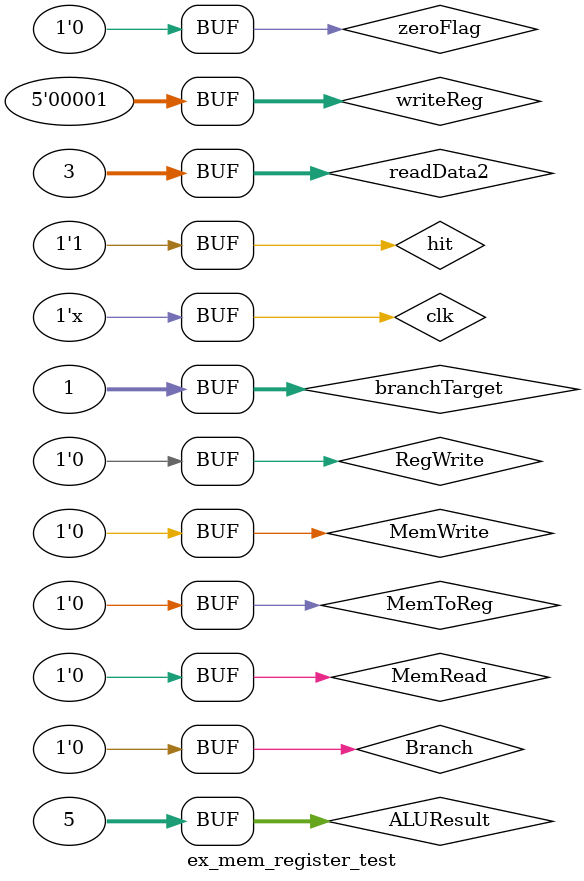
<source format=v>
`timescale 1ns / 1ps

module ex_mem_register_test;

	// Inputs
	reg clk;
	reg hit;
	reg [31:0] branchTarget;
	reg zeroFlag;
	reg [31:0] ALUResult;
	reg [31:0] readData2;
	reg [4:0] writeReg;
	reg MemRead;
	reg MemWrite;
	reg Branch;
	reg RegWrite;
	reg MemToReg;

	// Outputs
	wire [31:0] branchTargetOut;
	wire zeroFlagOut;
	wire [31:0] ALUResultOut;
	wire [31:0] readData2Out;
	wire [4:0] writeRegOut;
	wire MemReadOut;
	wire MemWriteOut;
	wire BranchOut;
	wire RegWriteOut;
	wire MemToRegOut;
	wire hitOut;

	// Instantiate the Unit Under Test (UUT)
	ex_mem_register uut (
		.clk(clk), 
		.hit(hit), 
		.branchTarget(branchTarget), 
		.zeroFlag(zeroFlag), 
		.ALUResult(ALUResult), 
		.readData2(readData2), 
		.writeReg(writeReg), 
		.MemRead(MemRead), 
		.MemWrite(MemWrite), 
		.Branch(Branch), 
		.RegWrite(RegWrite), 
		.MemToReg(MemToReg), 
		.branchTargetOut(branchTargetOut), 
		.zeroFlagOut(zeroFlagOut), 
		.ALUResultOut(ALUResultOut), 
		.readData2Out(readData2Out), 
		.writeRegOut(writeRegOut), 
		.MemReadOut(MemReadOut), 
		.MemWriteOut(MemWriteOut), 
		.BranchOut(BranchOut), 
		.RegWriteOut(RegWriteOut), 
		.MemToRegOut(MemToRegOut), 
		.hitOut(hitOut)
	);
	
	initial begin
	clk = 0;
	end
	always #5 clk = ~clk;
	
	initial begin
		// Initialize Inputs
		hit = 0;
		branchTarget = 0;
		zeroFlag = 0;
		ALUResult = 0;
		readData2 = 0;
		writeReg = 0;
		MemRead = 0;
		MemWrite = 0;
		Branch = 0;
		RegWrite = 0;
		MemToReg = 0;

		// Wait 100 ns for global reset to finish
		#100;
        
		// Add stimulus here
		
		hit = 1;
		branchTarget = 1;
		zeroFlag = 0;
		ALUResult = 5;
		readData2 = 3;
		writeReg = 1;
		MemRead = 0;
		MemWrite = 0;
		Branch = 0;
		RegWrite = 0;
		MemToReg = 0;

	end
      
endmodule


</source>
